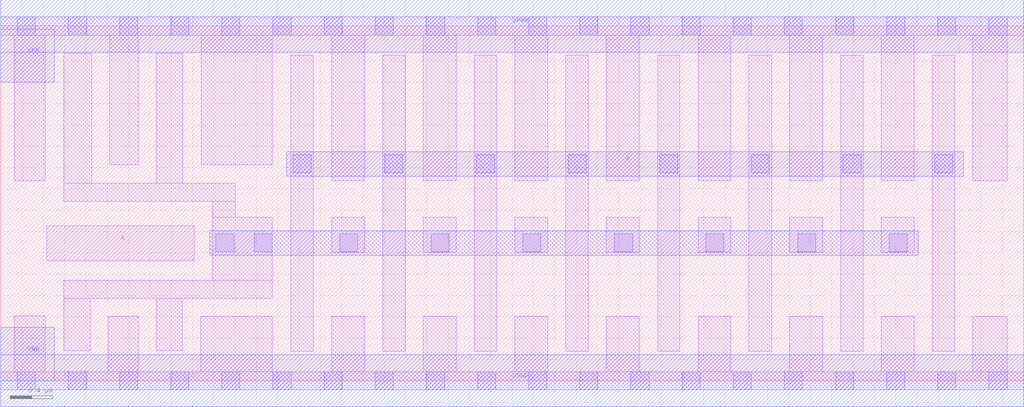
<source format=lef>
# Copyright 2020 The SkyWater PDK Authors
#
# Licensed under the Apache License, Version 2.0 (the "License");
# you may not use this file except in compliance with the License.
# You may obtain a copy of the License at
#
#     https://www.apache.org/licenses/LICENSE-2.0
#
# Unless required by applicable law or agreed to in writing, software
# distributed under the License is distributed on an "AS IS" BASIS,
# WITHOUT WARRANTIES OR CONDITIONS OF ANY KIND, either express or implied.
# See the License for the specific language governing permissions and
# limitations under the License.
#
# SPDX-License-Identifier: Apache-2.0

VERSION 5.5 ;
NAMESCASESENSITIVE ON ;
BUSBITCHARS "[]" ;
DIVIDERCHAR "/" ;
MACRO sky130_fd_sc_lp__clkbuf_16
  CLASS CORE ;
  SOURCE USER ;
  ORIGIN  0.000000  0.000000 ;
  SIZE  9.600000 BY  3.330000 ;
  SYMMETRY X Y R90 ;
  SITE unit ;
  PIN A
    ANTENNAGATEAREA  1.008000 ;
    DIRECTION INPUT ;
    USE SIGNAL ;
    PORT
      LAYER li1 ;
        RECT 0.430000 1.125000 1.815000 1.455000 ;
    END
  END A
  PIN X
    ANTENNADIFFAREA  3.763200 ;
    ANTENNAPARTIALMETALSIDEAREA  0.042000 ;
    DIRECTION OUTPUT ;
    USE SIGNAL ;
    PORT
      LAYER met1 ;
        RECT 2.685000 1.920000 9.035000 2.150000 ;
    END
  END X
  PIN VGND
    DIRECTION INOUT ;
    USE GROUND ;
    PORT
      LAYER met1 ;
        RECT 0.000000 -0.245000 9.600000 0.245000 ;
    END
  END VGND
  PIN VNB
    DIRECTION INOUT ;
    USE GROUND ;
    PORT
    END
  END VNB
  PIN VPB
    DIRECTION INOUT ;
    USE POWER ;
    PORT
    END
  END VPB
  PIN VNB
    DIRECTION INOUT ;
    USE GROUND ;
    PORT
      LAYER met1 ;
        RECT 0.000000 0.000000 0.500000 0.500000 ;
    END
  END VNB
  PIN VPB
    DIRECTION INOUT ;
    USE POWER ;
    PORT
      LAYER met1 ;
        RECT 0.000000 2.800000 0.500000 3.300000 ;
    END
  END VPB
  PIN VPWR
    DIRECTION INOUT ;
    USE POWER ;
    PORT
      LAYER met1 ;
        RECT 0.000000 3.085000 9.600000 3.575000 ;
    END
  END VPWR
  OBS
    LAYER li1 ;
      RECT 0.000000 -0.085000 9.600000 0.085000 ;
      RECT 0.000000  3.245000 9.600000 3.415000 ;
      RECT 0.125000  0.085000 0.420000 0.610000 ;
      RECT 0.125000  1.875000 0.420000 3.245000 ;
      RECT 0.590000  0.280000 0.840000 0.775000 ;
      RECT 0.590000  0.775000 2.550000 0.945000 ;
      RECT 0.590000  1.685000 2.200000 1.855000 ;
      RECT 0.590000  1.855000 0.855000 3.075000 ;
      RECT 1.010000  0.085000 1.290000 0.605000 ;
      RECT 1.025000  2.025000 1.290000 3.245000 ;
      RECT 1.460000  0.280000 1.705000 0.775000 ;
      RECT 1.460000  1.855000 1.710000 3.075000 ;
      RECT 1.875000  0.085000 2.550000 0.605000 ;
      RECT 1.880000  2.025000 2.550000 3.245000 ;
      RECT 1.985000  0.945000 2.550000 1.535000 ;
      RECT 1.985000  1.535000 2.200000 1.685000 ;
      RECT 2.720000  0.275000 2.935000 3.055000 ;
      RECT 3.105000  0.085000 3.415000 0.605000 ;
      RECT 3.105000  1.205000 3.415000 1.535000 ;
      RECT 3.105000  1.875000 3.415000 3.245000 ;
      RECT 3.585000  0.275000 3.795000 3.055000 ;
      RECT 3.965000  0.085000 4.275000 0.605000 ;
      RECT 3.965000  1.205000 4.275000 1.535000 ;
      RECT 3.965000  1.875000 4.275000 3.245000 ;
      RECT 4.445000  0.275000 4.655000 3.055000 ;
      RECT 4.825000  0.085000 5.135000 0.605000 ;
      RECT 4.825000  1.205000 5.135000 1.535000 ;
      RECT 4.825000  1.875000 5.135000 3.245000 ;
      RECT 5.305000  0.275000 5.515000 3.055000 ;
      RECT 5.685000  0.085000 5.995000 0.605000 ;
      RECT 5.685000  1.205000 5.995000 1.535000 ;
      RECT 5.685000  1.875000 5.995000 3.245000 ;
      RECT 6.165000  0.275000 6.375000 3.055000 ;
      RECT 6.545000  0.085000 6.850000 0.605000 ;
      RECT 6.545000  1.205000 6.850000 1.535000 ;
      RECT 6.545000  1.875000 6.850000 3.245000 ;
      RECT 7.020000  0.275000 7.235000 3.055000 ;
      RECT 7.405000  0.085000 7.715000 0.605000 ;
      RECT 7.405000  1.205000 7.715000 1.535000 ;
      RECT 7.405000  1.875000 7.715000 3.245000 ;
      RECT 7.885000  0.275000 8.095000 3.055000 ;
      RECT 8.265000  0.085000 8.575000 0.605000 ;
      RECT 8.265000  1.205000 8.575000 1.535000 ;
      RECT 8.265000  1.875000 8.575000 3.245000 ;
      RECT 8.745000  0.275000 8.955000 3.055000 ;
      RECT 9.125000  0.085000 9.445000 0.605000 ;
      RECT 9.125000  1.875000 9.445000 3.245000 ;
    LAYER mcon ;
      RECT 0.155000 -0.085000 0.325000 0.085000 ;
      RECT 0.155000  3.245000 0.325000 3.415000 ;
      RECT 0.635000 -0.085000 0.805000 0.085000 ;
      RECT 0.635000  3.245000 0.805000 3.415000 ;
      RECT 1.115000 -0.085000 1.285000 0.085000 ;
      RECT 1.115000  3.245000 1.285000 3.415000 ;
      RECT 1.595000 -0.085000 1.765000 0.085000 ;
      RECT 1.595000  3.245000 1.765000 3.415000 ;
      RECT 2.020000  1.210000 2.190000 1.380000 ;
      RECT 2.075000 -0.085000 2.245000 0.085000 ;
      RECT 2.075000  3.245000 2.245000 3.415000 ;
      RECT 2.380000  1.210000 2.550000 1.380000 ;
      RECT 2.555000 -0.085000 2.725000 0.085000 ;
      RECT 2.555000  3.245000 2.725000 3.415000 ;
      RECT 2.745000  1.950000 2.915000 2.120000 ;
      RECT 3.035000 -0.085000 3.205000 0.085000 ;
      RECT 3.035000  3.245000 3.205000 3.415000 ;
      RECT 3.180000  1.210000 3.350000 1.380000 ;
      RECT 3.515000 -0.085000 3.685000 0.085000 ;
      RECT 3.515000  3.245000 3.685000 3.415000 ;
      RECT 3.605000  1.950000 3.775000 2.120000 ;
      RECT 3.995000 -0.085000 4.165000 0.085000 ;
      RECT 3.995000  3.245000 4.165000 3.415000 ;
      RECT 4.040000  1.210000 4.210000 1.380000 ;
      RECT 4.465000  1.950000 4.635000 2.120000 ;
      RECT 4.475000 -0.085000 4.645000 0.085000 ;
      RECT 4.475000  3.245000 4.645000 3.415000 ;
      RECT 4.900000  1.210000 5.070000 1.380000 ;
      RECT 4.955000 -0.085000 5.125000 0.085000 ;
      RECT 4.955000  3.245000 5.125000 3.415000 ;
      RECT 5.325000  1.950000 5.495000 2.120000 ;
      RECT 5.435000 -0.085000 5.605000 0.085000 ;
      RECT 5.435000  3.245000 5.605000 3.415000 ;
      RECT 5.760000  1.210000 5.930000 1.380000 ;
      RECT 5.915000 -0.085000 6.085000 0.085000 ;
      RECT 5.915000  3.245000 6.085000 3.415000 ;
      RECT 6.185000  1.950000 6.355000 2.120000 ;
      RECT 6.395000 -0.085000 6.565000 0.085000 ;
      RECT 6.395000  3.245000 6.565000 3.415000 ;
      RECT 6.615000  1.210000 6.785000 1.380000 ;
      RECT 6.875000 -0.085000 7.045000 0.085000 ;
      RECT 6.875000  3.245000 7.045000 3.415000 ;
      RECT 7.045000  1.950000 7.215000 2.120000 ;
      RECT 7.355000 -0.085000 7.525000 0.085000 ;
      RECT 7.355000  3.245000 7.525000 3.415000 ;
      RECT 7.480000  1.210000 7.650000 1.380000 ;
      RECT 7.835000 -0.085000 8.005000 0.085000 ;
      RECT 7.835000  3.245000 8.005000 3.415000 ;
      RECT 7.905000  1.950000 8.075000 2.120000 ;
      RECT 8.315000 -0.085000 8.485000 0.085000 ;
      RECT 8.315000  3.245000 8.485000 3.415000 ;
      RECT 8.340000  1.210000 8.510000 1.380000 ;
      RECT 8.765000  1.950000 8.935000 2.120000 ;
      RECT 8.795000 -0.085000 8.965000 0.085000 ;
      RECT 8.795000  3.245000 8.965000 3.415000 ;
      RECT 9.275000 -0.085000 9.445000 0.085000 ;
      RECT 9.275000  3.245000 9.445000 3.415000 ;
    LAYER met1 ;
      RECT 1.960000 1.180000 8.610000 1.410000 ;
  END
END sky130_fd_sc_lp__clkbuf_16
END LIBRARY

</source>
